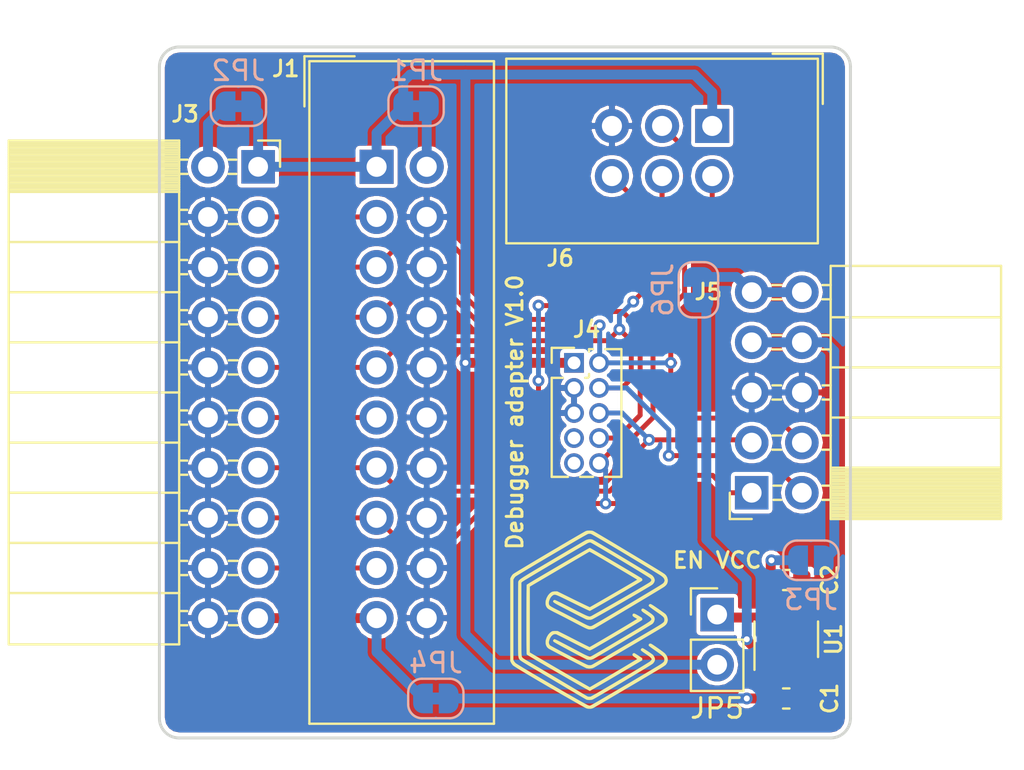
<source format=kicad_pcb>
(kicad_pcb (version 20171130) (host pcbnew "(5.0.1-3-g963ef8bb5)")
  (layers (0 F.Cu signal) (31 B.Cu signal) (34 B.Paste user) (35 F.Paste user) (36 B.SilkS user) (37 F.SilkS user) (38 B.Mask user) (39 F.Mask user) (44 Edge.Cuts user))
  (net 0 "")
  (net 1 +5V)
  (net 2 GND)
  (net 3 "Net-(U1-Pad4)")
  (net 4 +3V3)
  (net 5 /VCC)
  (net 6 /TRST)
  (net 7 /TDI)
  (net 8 /SWDIO)
  (net 9 /SWDCLK)
  (net 10 /RTCK)
  (net 11 /SWIM)
  (net 12 /nRESET)
  (net 13 /DBGRQ)
  (net 14 /DBACK)
  (net 15 /ST-Link_3V3)
  (net 16 /ST-Link_5V)
  (net 17 "Net-(J1-Pad2)")
  (net 18 "Net-(J4-Pad7)")
  (net 19 /GNDDetect)
  (net 20 "Net-(J3-Pad2)")
  (module Connector_PinHeader_2.54mm:PinHeader_1x02_P2.54mm_Vertical (layer F.Cu) (at 28.25 28.75)
    (fp_text reference JP5 (at 0 4.75) (layer F.SilkS))
    (fp_text value ~)
    (pad 1 thru_hole rect (at 0 0) (size 1.7 1.7) (drill 1) (layers *.Cu *.Mask) (net 4 +3V3))
    (pad 2 thru_hole oval (at 0 2.54) (size 1.7 1.7) (drill 1) (layers *.Cu *.Mask) (net 5 /VCC))
  )
  (module Jumper:SolderJumper-2_P1.3mm_Open_RoundedPad1.0x1.5mm (layer B.Cu) (at 33 26 180)
    (fp_text reference JP3 (at 0 -2 180) (layer B.SilkS) (effects (justify mirror)))
    (fp_text value ~)
    (pad 1 smd custom (at -0.65 0 180) (size 1 0.5) (layers B.Cu B.Mask) (net 15 /ST-Link_3V3) (options (clearance outline) (anchor rect)) (primitives (gr_circle (center 0 -0.25) (end 0.5 -0.25) (width 0)) (gr_circle (center 0 0.25) (end 0.5 0.25) (width 0)) (gr_poly (pts (xy 0 0.75) (xy 0.5 0.75) (xy 0.5 -0.75) (xy 0 -0.75)) (width 0))))
    (pad 2 smd custom (at 0.65 0 180) (size 1 0.5) (layers B.Cu B.Mask) (net 4 +3V3) (options (clearance outline) (anchor rect)) (primitives (gr_circle (center 0 -0.25) (end 0.5 -0.25) (width 0)) (gr_circle (center 0 0.25) (end 0.5 0.25) (width 0)) (gr_poly (pts (xy 0 0.75) (xy -0.5 0.75) (xy -0.5 -0.75) (xy 0 -0.75)) (width 0))))
  )
  (module Jumper:SolderJumper-2_P1.3mm_Bridged_RoundedPad1.0x1.5mm (layer B.Cu) (at 27.3 12.3 270)
    (fp_text reference JP6 (at 0 1.8 270) (layer B.SilkS) (effects (justify mirror)))
    (fp_text value ~)
    (pad 2 smd custom (at 0.65 0 270) (size 1 0.5) (layers B.Cu B.Mask) (net 1 +5V) (options (clearance outline) (anchor rect)) (primitives (gr_circle (center 0 -0.25) (end 0.5 -0.25) (width 0)) (gr_circle (center 0 0.25) (end 0.5 0.25) (width 0)) (gr_poly (pts (xy 0 0.75) (xy -0.5 0.75) (xy -0.5 -0.75) (xy 0 -0.75)) (width 0))))
    (pad 1 smd custom (at -0.65 0 270) (size 1 0.5) (layers B.Cu B.Mask) (net 16 /ST-Link_5V) (options (clearance outline) (anchor rect)) (primitives (gr_circle (center 0 -0.25) (end 0.5 -0.25) (width 0)) (gr_circle (center 0 0.25) (end 0.5 0.25) (width 0)) (gr_poly (pts (xy 0 0.75) (xy 0.5 0.75) (xy 0.5 -0.75) (xy 0 -0.75)) (width 0)) (gr_poly (pts (xy 0.9 0.3) (xy 0.4 0.3) (xy 0.4 -0.3) (xy 0.9 -0.3)) (width 0))))
  )
  (module Jumper:SolderJumper-2_P1.3mm_Bridged_RoundedPad1.0x1.5mm (layer B.Cu) (at 14 33)
    (fp_text reference JP4 (at 0 -1.8) (layer B.SilkS) (effects (justify mirror)))
    (fp_text value ~)
    (pad 1 smd custom (at -0.65 0) (size 1 0.5) (layers B.Cu B.Mask) (net 14 /DBACK) (options (clearance outline) (anchor rect)) (primitives (gr_circle (center 0 -0.25) (end 0.5 -0.25) (width 0)) (gr_circle (center 0 0.25) (end 0.5 0.25) (width 0)) (gr_poly (pts (xy 0 0.75) (xy 0.5 0.75) (xy 0.5 -0.75) (xy 0 -0.75)) (width 0)) (gr_poly (pts (xy 0.9 0.3) (xy 0.4 0.3) (xy 0.4 -0.3) (xy 0.9 -0.3)) (width 0))))
    (pad 2 smd custom (at 0.65 0) (size 1 0.5) (layers B.Cu B.Mask) (net 1 +5V) (options (clearance outline) (anchor rect)) (primitives (gr_circle (center 0 -0.25) (end 0.5 -0.25) (width 0)) (gr_circle (center 0 0.25) (end 0.5 0.25) (width 0)) (gr_poly (pts (xy 0 0.75) (xy -0.5 0.75) (xy -0.5 -0.75) (xy 0 -0.75)) (width 0))))
  )
  (module Jumper:SolderJumper-2_P1.3mm_Bridged_RoundedPad1.0x1.5mm (layer B.Cu) (at 4 3)
    (fp_text reference JP2 (at 0 -1.8) (layer B.SilkS) (effects (justify mirror)))
    (fp_text value ~)
    (pad 2 smd custom (at 0.65 0) (size 1 0.5) (layers B.Cu B.Mask) (net 5 /VCC) (options (clearance outline) (anchor rect)) (primitives (gr_circle (center 0 -0.25) (end 0.5 -0.25) (width 0)) (gr_circle (center 0 0.25) (end 0.5 0.25) (width 0)) (gr_poly (pts (xy 0 0.75) (xy -0.5 0.75) (xy -0.5 -0.75) (xy 0 -0.75)) (width 0))))
    (pad 1 smd custom (at -0.65 0) (size 1 0.5) (layers B.Cu B.Mask) (net 20 "Net-(J3-Pad2)") (options (clearance outline) (anchor rect)) (primitives (gr_circle (center 0 -0.25) (end 0.5 -0.25) (width 0)) (gr_circle (center 0 0.25) (end 0.5 0.25) (width 0)) (gr_poly (pts (xy 0 0.75) (xy 0.5 0.75) (xy 0.5 -0.75) (xy 0 -0.75)) (width 0)) (gr_poly (pts (xy 0.9 0.3) (xy 0.4 0.3) (xy 0.4 -0.3) (xy 0.9 -0.3)) (width 0))))
  )
  (module Jumper:SolderJumper-2_P1.3mm_Bridged_RoundedPad1.0x1.5mm (layer B.Cu) (at 13 3 180)
    (fp_text reference JP1 (at 0 1.8 180) (layer B.SilkS) (effects (justify mirror)))
    (fp_text value ~)
    (pad 1 smd custom (at -0.65 0 180) (size 1 0.5) (layers B.Cu B.Mask) (net 17 "Net-(J1-Pad2)") (options (clearance outline) (anchor rect)) (primitives (gr_circle (center 0 -0.25) (end 0.5 -0.25) (width 0)) (gr_circle (center 0 0.25) (end 0.5 0.25) (width 0)) (gr_poly (pts (xy 0 0.75) (xy 0.5 0.75) (xy 0.5 -0.75) (xy 0 -0.75)) (width 0)) (gr_poly (pts (xy 0.9 0.3) (xy 0.4 0.3) (xy 0.4 -0.3) (xy 0.9 -0.3)) (width 0))))
    (pad 2 smd custom (at 0.65 0 180) (size 1 0.5) (layers B.Cu B.Mask) (net 5 /VCC) (options (clearance outline) (anchor rect)) (primitives (gr_circle (center 0 -0.25) (end 0.5 -0.25) (width 0)) (gr_circle (center 0 0.25) (end 0.5 0.25) (width 0)) (gr_poly (pts (xy 0 0.75) (xy -0.5 0.75) (xy -0.5 -0.75) (xy 0 -0.75)) (width 0))))
  )
  (module Capacitor_SMD:C_0603_1608Metric (layer F.Cu) (at 31.75 27)
    (fp_text reference C2 (at 2.2 0 -270) (layer F.SilkS) (effects (font (size 0.8 0.8))))
    (fp_text value 1u)
    (pad 2 smd roundrect (at 0.7875 0) (size 0.875 0.95) (layers F.Cu F.Paste F.Mask) (net 2 GND))
    (pad 1 smd roundrect (at -0.7875 0) (size 0.875 0.95) (layers F.Cu F.Paste F.Mask) (net 4 +3V3))
  )
  (module Capacitor_SMD:C_0603_1608Metric (layer F.Cu) (at 31.75 33 180)
    (fp_text reference C1 (at -2.2 0 270) (layer F.SilkS) (effects (font (size 0.8 0.8))))
    (fp_text value 1u)
    (pad 1 smd roundrect (at -0.7875 0 180) (size 0.875 0.95) (layers F.Cu F.Paste F.Mask) (net 2 GND))
    (pad 2 smd roundrect (at 0.7875 0 180) (size 0.875 0.95) (layers F.Cu F.Paste F.Mask) (net 1 +5V))
  )
  (module Connector_IDC:IDC-Header_2x03_P2.54mm_Vertical (layer F.Cu) (at 28 4 270)
    (fp_text reference J6 (at 6.7 7.7) (layer F.SilkS) (effects (font (size 0.8 0.8))))
    (fp_text value "6-pin Tag-Connect")
    (pad 1 thru_hole rect (at 0 0 270) (size 1.7272 1.7272) (drill 1.016) (layers *.Cu *.Mask) (net 5 /VCC))
    (pad 2 thru_hole oval (at 2.54 0 270) (size 1.7272 1.7272) (drill 1.016) (layers *.Cu *.Mask) (net 8 /SWDIO))
    (pad 3 thru_hole oval (at 0 2.54 270) (size 1.7272 1.7272) (drill 1.016) (layers *.Cu *.Mask) (net 12 /nRESET))
    (pad 4 thru_hole oval (at 2.54 2.54 270) (size 1.7272 1.7272) (drill 1.016) (layers *.Cu *.Mask) (net 9 /SWDCLK))
    (pad 5 thru_hole oval (at 0 5.08 270) (size 1.7272 1.7272) (drill 1.016) (layers *.Cu *.Mask) (net 2 GND))
    (pad 6 thru_hole oval (at 2.54 5.08 270) (size 1.7272 1.7272) (drill 1.016) (layers *.Cu *.Mask) (net 11 /SWIM))
  )
  (module Connector_IDC:IDC-Header_2x10_P2.54mm_Vertical (layer F.Cu) (at 11 6.07)
    (fp_text reference J1 (at -4.6 -4.97) (layer F.SilkS) (effects (font (size 0.8 0.8))))
    (fp_text value "20-pin JTAG 0.1\"")
    (pad 1 thru_hole rect (at 0 0) (size 1.7272 1.7272) (drill 1.016) (layers *.Cu *.Mask) (net 5 /VCC))
    (pad 2 thru_hole oval (at 2.54 0) (size 1.7272 1.7272) (drill 1.016) (layers *.Cu *.Mask) (net 17 "Net-(J1-Pad2)"))
    (pad 3 thru_hole oval (at 0 2.54) (size 1.7272 1.7272) (drill 1.016) (layers *.Cu *.Mask) (net 6 /TRST))
    (pad 4 thru_hole oval (at 2.54 2.54) (size 1.7272 1.7272) (drill 1.016) (layers *.Cu *.Mask) (net 2 GND))
    (pad 5 thru_hole oval (at 0 5.08) (size 1.7272 1.7272) (drill 1.016) (layers *.Cu *.Mask) (net 7 /TDI))
    (pad 6 thru_hole oval (at 2.54 5.08) (size 1.7272 1.7272) (drill 1.016) (layers *.Cu *.Mask) (net 2 GND))
    (pad 7 thru_hole oval (at 0 7.62) (size 1.7272 1.7272) (drill 1.016) (layers *.Cu *.Mask) (net 8 /SWDIO))
    (pad 8 thru_hole oval (at 2.54 7.62) (size 1.7272 1.7272) (drill 1.016) (layers *.Cu *.Mask) (net 2 GND))
    (pad 9 thru_hole oval (at 0 10.16) (size 1.7272 1.7272) (drill 1.016) (layers *.Cu *.Mask) (net 9 /SWDCLK))
    (pad 10 thru_hole oval (at 2.54 10.16) (size 1.7272 1.7272) (drill 1.016) (layers *.Cu *.Mask) (net 2 GND))
    (pad 11 thru_hole oval (at 0 12.7) (size 1.7272 1.7272) (drill 1.016) (layers *.Cu *.Mask) (net 10 /RTCK))
    (pad 12 thru_hole oval (at 2.54 12.7) (size 1.7272 1.7272) (drill 1.016) (layers *.Cu *.Mask) (net 2 GND))
    (pad 13 thru_hole oval (at 0 15.24) (size 1.7272 1.7272) (drill 1.016) (layers *.Cu *.Mask) (net 11 /SWIM))
    (pad 14 thru_hole oval (at 2.54 15.24) (size 1.7272 1.7272) (drill 1.016) (layers *.Cu *.Mask) (net 2 GND))
    (pad 15 thru_hole oval (at 0 17.78) (size 1.7272 1.7272) (drill 1.016) (layers *.Cu *.Mask) (net 12 /nRESET))
    (pad 16 thru_hole oval (at 2.54 17.78) (size 1.7272 1.7272) (drill 1.016) (layers *.Cu *.Mask) (net 2 GND))
    (pad 17 thru_hole oval (at 0 20.32) (size 1.7272 1.7272) (drill 1.016) (layers *.Cu *.Mask) (net 13 /DBGRQ))
    (pad 18 thru_hole oval (at 2.54 20.32) (size 1.7272 1.7272) (drill 1.016) (layers *.Cu *.Mask) (net 2 GND))
    (pad 19 thru_hole oval (at 0 22.86) (size 1.7272 1.7272) (drill 1.016) (layers *.Cu *.Mask) (net 14 /DBACK))
    (pad 20 thru_hole oval (at 2.54 22.86) (size 1.7272 1.7272) (drill 1.016) (layers *.Cu *.Mask) (net 2 GND))
  )
  (module Connector_PinHeader_1.27mm:PinHeader_2x05_P1.27mm_Vertical (layer F.Cu) (at 21 16)
    (fp_text reference J4 (at 0.635 -1.695) (layer F.SilkS) (effects (font (size 0.8 0.8))))
    (fp_text value "10-pin JTAG 0.05\"")
    (pad 1 thru_hole rect (at 0 0) (size 1 1) (drill 0.65) (layers *.Cu *.Mask) (net 5 /VCC))
    (pad 2 thru_hole oval (at 1.27 0) (size 1 1) (drill 0.65) (layers *.Cu *.Mask) (net 8 /SWDIO))
    (pad 3 thru_hole oval (at 0 1.27) (size 1 1) (drill 0.65) (layers *.Cu *.Mask) (net 2 GND))
    (pad 4 thru_hole oval (at 1.27 1.27) (size 1 1) (drill 0.65) (layers *.Cu *.Mask) (net 9 /SWDCLK))
    (pad 5 thru_hole oval (at 0 2.54) (size 1 1) (drill 0.65) (layers *.Cu *.Mask) (net 2 GND))
    (pad 6 thru_hole oval (at 1.27 2.54) (size 1 1) (drill 0.65) (layers *.Cu *.Mask) (net 11 /SWIM))
    (pad 7 thru_hole oval (at 0 3.81) (size 1 1) (drill 0.65) (layers *.Cu *.Mask) (net 18 "Net-(J4-Pad7)"))
    (pad 8 thru_hole oval (at 1.27 3.81) (size 1 1) (drill 0.65) (layers *.Cu *.Mask) (net 7 /TDI))
    (pad 9 thru_hole oval (at 0 5.08) (size 1 1) (drill 0.65) (layers *.Cu *.Mask) (net 19 /GNDDetect))
    (pad 10 thru_hole oval (at 1.27 5.08) (size 1 1) (drill 0.65) (layers *.Cu *.Mask) (net 12 /nRESET))
  )
  (module Connector_PinSocket_2.54mm:PinSocket_2x05_P2.54mm_Horizontal (layer F.Cu) (at 30 22.58 180)
    (fp_text reference J5 (at 2.2 10.18 180) (layer F.SilkS) (effects (font (size 0.8 0.8))))
    (fp_text value "10-pin ST-Link 0.1\"")
    (pad 1 thru_hole rect (at 0 0 180) (size 1.7 1.7) (drill 1) (layers *.Cu *.Mask) (net 12 /nRESET))
    (pad 2 thru_hole oval (at -2.54 0 180) (size 1.7 1.7) (drill 1) (layers *.Cu *.Mask) (net 9 /SWDCLK))
    (pad 3 thru_hole oval (at 0 2.54 180) (size 1.7 1.7) (drill 1) (layers *.Cu *.Mask) (net 11 /SWIM))
    (pad 4 thru_hole oval (at -2.54 2.54 180) (size 1.7 1.7) (drill 1) (layers *.Cu *.Mask) (net 8 /SWDIO))
    (pad 5 thru_hole oval (at 0 5.08 180) (size 1.7 1.7) (drill 1) (layers *.Cu *.Mask) (net 2 GND))
    (pad 6 thru_hole oval (at -2.54 5.08 180) (size 1.7 1.7) (drill 1) (layers *.Cu *.Mask) (net 2 GND))
    (pad 7 thru_hole oval (at 0 7.62 180) (size 1.7 1.7) (drill 1) (layers *.Cu *.Mask) (net 15 /ST-Link_3V3))
    (pad 8 thru_hole oval (at -2.54 7.62 180) (size 1.7 1.7) (drill 1) (layers *.Cu *.Mask) (net 15 /ST-Link_3V3))
    (pad 9 thru_hole oval (at 0 10.16 180) (size 1.7 1.7) (drill 1) (layers *.Cu *.Mask) (net 16 /ST-Link_5V))
    (pad 10 thru_hole oval (at -2.54 10.16 180) (size 1.7 1.7) (drill 1) (layers *.Cu *.Mask) (net 16 /ST-Link_5V))
  )
  (module Connector_PinSocket_2.54mm:PinSocket_2x10_P2.54mm_Horizontal (layer F.Cu) (at 5 6.07)
    (fp_text reference J3 (at -3.7 -2.67) (layer F.SilkS) (effects (font (size 0.8 0.8))))
    (fp_text value "20-pin JTAG 0.1\"")
    (pad 1 thru_hole rect (at 0 0) (size 1.7 1.7) (drill 1) (layers *.Cu *.Mask) (net 5 /VCC))
    (pad 2 thru_hole oval (at -2.54 0) (size 1.7 1.7) (drill 1) (layers *.Cu *.Mask) (net 20 "Net-(J3-Pad2)"))
    (pad 3 thru_hole oval (at 0 2.54) (size 1.7 1.7) (drill 1) (layers *.Cu *.Mask) (net 6 /TRST))
    (pad 4 thru_hole oval (at -2.54 2.54) (size 1.7 1.7) (drill 1) (layers *.Cu *.Mask) (net 2 GND))
    (pad 5 thru_hole oval (at 0 5.08) (size 1.7 1.7) (drill 1) (layers *.Cu *.Mask) (net 7 /TDI))
    (pad 6 thru_hole oval (at -2.54 5.08) (size 1.7 1.7) (drill 1) (layers *.Cu *.Mask) (net 2 GND))
    (pad 7 thru_hole oval (at 0 7.62) (size 1.7 1.7) (drill 1) (layers *.Cu *.Mask) (net 8 /SWDIO))
    (pad 8 thru_hole oval (at -2.54 7.62) (size 1.7 1.7) (drill 1) (layers *.Cu *.Mask) (net 2 GND))
    (pad 9 thru_hole oval (at 0 10.16) (size 1.7 1.7) (drill 1) (layers *.Cu *.Mask) (net 9 /SWDCLK))
    (pad 10 thru_hole oval (at -2.54 10.16) (size 1.7 1.7) (drill 1) (layers *.Cu *.Mask) (net 2 GND))
    (pad 11 thru_hole oval (at 0 12.7) (size 1.7 1.7) (drill 1) (layers *.Cu *.Mask) (net 10 /RTCK))
    (pad 12 thru_hole oval (at -2.54 12.7) (size 1.7 1.7) (drill 1) (layers *.Cu *.Mask) (net 2 GND))
    (pad 13 thru_hole oval (at 0 15.24) (size 1.7 1.7) (drill 1) (layers *.Cu *.Mask) (net 11 /SWIM))
    (pad 14 thru_hole oval (at -2.54 15.24) (size 1.7 1.7) (drill 1) (layers *.Cu *.Mask) (net 2 GND))
    (pad 15 thru_hole oval (at 0 17.78) (size 1.7 1.7) (drill 1) (layers *.Cu *.Mask) (net 12 /nRESET))
    (pad 16 thru_hole oval (at -2.54 17.78) (size 1.7 1.7) (drill 1) (layers *.Cu *.Mask) (net 2 GND))
    (pad 17 thru_hole oval (at 0 20.32) (size 1.7 1.7) (drill 1) (layers *.Cu *.Mask) (net 13 /DBGRQ))
    (pad 18 thru_hole oval (at -2.54 20.32) (size 1.7 1.7) (drill 1) (layers *.Cu *.Mask) (net 2 GND))
    (pad 19 thru_hole oval (at 0 22.86) (size 1.7 1.7) (drill 1) (layers *.Cu *.Mask) (net 14 /DBACK))
    (pad 20 thru_hole oval (at -2.54 22.86) (size 1.7 1.7) (drill 1) (layers *.Cu *.Mask) (net 2 GND))
  )
  (module Package_TO_SOT_SMD:SOT-23-5 (layer F.Cu) (at 31.75 30 90)
    (fp_text reference U1 (at 0 2.4 90) (layer F.SilkS) (effects (font (size 0.8 0.8))))
    (fp_text value MIC5504-3.3YM5)
    (pad 1 smd rect (at -1.1 -0.95 90) (size 1.06 0.65) (layers F.Cu F.Paste F.Mask) (net 1 +5V))
    (pad 2 smd rect (at -1.1 0 90) (size 1.06 0.65) (layers F.Cu F.Paste F.Mask) (net 2 GND))
    (pad 3 smd rect (at -1.1 0.95 90) (size 1.06 0.65) (layers F.Cu F.Paste F.Mask) (net 1 +5V))
    (pad 4 smd rect (at 1.1 0.95 90) (size 1.06 0.65) (layers F.Cu F.Paste F.Mask) (net 3 "Net-(U1-Pad4)"))
    (pad 5 smd rect (at 1.1 -0.95 90) (size 1.06 0.65) (layers F.Cu F.Paste F.Mask) (net 4 +3V3))
  )
  (module project_footprints:Logo_Endian_Symbol_8x9mm (layer F.Cu) (at 21.75 29)
    (fp_text reference G*** hide)
    (fp_text value LOGO hide)
  )
  (gr_text "Debugger adapter V1.0" (at 18 18.5 90) (layer F.SilkS) (effects (font (size 0.8 0.8))))
  (gr_text "EN VCC" (at 28.25 26) (layer F.SilkS) (effects (font (size 0.8 0.8))))
  (gr_arc (start 34 34) (end 34 35) (angle -90) (layer Edge.Cuts) (width 0.15))
  (gr_arc (start 1 34) (end 0 34) (angle -90) (layer Edge.Cuts) (width 0.15))
  (gr_arc (start 34 1) (end 35 1) (angle -90) (layer Edge.Cuts) (width 0.15))
  (gr_arc (start 1 1) (end 1 0) (angle -90) (layer Edge.Cuts) (width 0.15))
  (gr_line (start 0 34) (end 0 1) (layer Edge.Cuts) (width 0.15))
  (gr_line (start 34 35) (end 1 35) (layer Edge.Cuts) (width 0.15))
  (gr_line (start 35 1) (end 35 34) (layer Edge.Cuts) (width 0.15))
  (gr_line (start 1 0) (end 34 0) (layer Edge.Cuts) (width 0.15))
  (segment (start 30.8 32.8375) (end 30.9625 33) (width 0.5) (layer F.Cu) (net 1))
  (segment (start 30.8 31.1) (end 30.8 32.8375) (width 0.5) (layer F.Cu) (net 1))
  (segment (start 30.8 30.37) (end 31.17 30) (width 0.2) (layer F.Cu) (net 1))
  (segment (start 30.8 31.1) (end 30.8 30.37) (width 0.2) (layer F.Cu) (net 1))
  (segment (start 32.7 30.37) (end 32.7 31.1) (width 0.2) (layer F.Cu) (net 1))
  (segment (start 32.33 30) (end 32.7 30.37) (width 0.2) (layer F.Cu) (net 1))
  (segment (start 31.17 30) (end 32.33 30) (width 0.2) (layer F.Cu) (net 1))
  (via (at 29.75 30) (size 0.6) (drill 0.3) (layers F.Cu B.Cu) (net 1))
  (segment (start 29.75 30.05) (end 30.8 31.1) (width 0.5) (layer F.Cu) (net 1))
  (segment (start 29.75 30) (end 29.75 30.05) (width 0.5) (layer F.Cu) (net 1))
  (via (at 29.75 33) (size 0.6) (drill 0.3) (layers F.Cu B.Cu) (net 1))
  (segment (start 30.9625 33) (end 29.75 33) (width 0.5) (layer F.Cu) (net 1))
  (segment (start 27.35001 13.00001) (end 27.3 13.00001) (width 0.5) (layer B.Cu) (net 1))
  (segment (start 27.7 13.35) (end 27.35001 13.00001) (width 0.5) (layer B.Cu) (net 1))
  (segment (start 27.7 24.939998) (end 27.7 13.35) (width 0.5) (layer B.Cu) (net 1))
  (segment (start 29.75 26.989998) (end 27.7 24.939998) (width 0.5) (layer B.Cu) (net 1))
  (segment (start 29.75 30) (end 29.75 26.989998) (width 0.5) (layer B.Cu) (net 1))
  (segment (start 29.75 33) (end 14.70001 33) (width 0.5) (layer B.Cu) (net 1))
  (segment (start 30.8 28.9) (end 30.8 27.1625) (width 0.5) (layer F.Cu) (net 4))
  (segment (start 31 26) (end 32.35 26) (width 0.5) (layer B.Cu) (net 4))
  (segment (start 28.4 28.9) (end 28.25 28.75) (width 0.5) (layer F.Cu) (net 4))
  (segment (start 30.8 28.9) (end 28.4 28.9) (width 0.5) (layer F.Cu) (net 4))
  (via (at 31 26) (size 0.6) (drill 0.3) (layers F.Cu B.Cu) (net 4))
  (segment (start 30.9625 26.0375) (end 31 26) (width 0.5) (layer F.Cu) (net 4))
  (segment (start 30.9625 27) (end 30.9625 26.0375) (width 0.5) (layer F.Cu) (net 4))
  (segment (start 5 3.35) (end 4.65 3) (width 0.25) (layer B.Cu) (net 5))
  (segment (start 5 6.07) (end 5 3.35) (width 0.25) (layer B.Cu) (net 5))
  (segment (start 11 4.35) (end 12.35 3) (width 0.25) (layer B.Cu) (net 5))
  (segment (start 5 3.29999) (end 4.70001 3) (width 0.5) (layer B.Cu) (net 5))
  (segment (start 5 6.07) (end 5 3.29999) (width 0.5) (layer B.Cu) (net 5))
  (segment (start 11 4.35) (end 12.29999 3.05001) (width 0.5) (layer B.Cu) (net 5))
  (segment (start 11 6.07) (end 11 4.35) (width 0.5) (layer B.Cu) (net 5))
  (segment (start 5 6.07) (end 11 6.07) (width 0.5) (layer B.Cu) (net 5))
  (segment (start 28 4) (end 28 2.3) (width 0.5) (layer B.Cu) (net 5))
  (segment (start 28 2.3) (end 27.1 1.4) (width 0.5) (layer B.Cu) (net 5))
  (segment (start 12.35 1.75) (end 12.35 2.413588) (width 0.5) (layer B.Cu) (net 5))
  (segment (start 12.7 1.4) (end 12.35 1.75) (width 0.5) (layer B.Cu) (net 5))
  (segment (start 27.1 1.4) (end 15.5 1.4) (width 0.5) (layer B.Cu) (net 5))
  (segment (start 15.5 1.4) (end 12.7 1.4) (width 0.5) (layer B.Cu) (net 5))
  (segment (start 15.5 16) (end 15.5 1.4) (width 0.5) (layer B.Cu) (net 5))
  (via (at 15.5 16) (size 0.6) (drill 0.3) (layers F.Cu B.Cu) (net 5))
  (segment (start 21 16) (end 15.5 16) (width 0.5) (layer F.Cu) (net 5))
  (segment (start 22 31.29) (end 28.25 31.29) (width 0.5) (layer B.Cu) (net 5))
  (segment (start 17.04 31.29) (end 22 31.29) (width 0.5) (layer B.Cu) (net 5))
  (segment (start 15.5 29.75) (end 17.04 31.29) (width 0.5) (layer B.Cu) (net 5))
  (segment (start 15.5 16) (end 15.5 29.75) (width 0.5) (layer B.Cu) (net 5))
  (segment (start 5 8.61) (end 11 8.61) (width 0.25) (layer F.Cu) (net 6))
  (segment (start 11 11.15) (end 5 11.15) (width 0.25) (layer F.Cu) (net 7))
  (segment (start 23.19 19.81) (end 22.27 19.81) (width 0.25) (layer F.Cu) (net 7))
  (segment (start 21.6 13.8) (end 22 13.4) (width 0.25) (layer F.Cu) (net 7))
  (segment (start 14.761399 9.961399) (end 15.3 10.5) (width 0.25) (layer F.Cu) (net 7))
  (segment (start 15.3 12.46359) (end 16.63641 13.8) (width 0.25) (layer F.Cu) (net 7))
  (segment (start 24.35001 14.3) (end 24.35001 18.64999) (width 0.25) (layer F.Cu) (net 7))
  (segment (start 15.3 10.5) (end 15.3 12.46359) (width 0.25) (layer F.Cu) (net 7))
  (segment (start 24.35001 18.64999) (end 23.19 19.81) (width 0.25) (layer F.Cu) (net 7))
  (segment (start 23.45001 13.4) (end 24.35001 14.3) (width 0.25) (layer F.Cu) (net 7))
  (segment (start 22 13.4) (end 23.45001 13.4) (width 0.25) (layer F.Cu) (net 7))
  (segment (start 16.63641 13.8) (end 21.6 13.8) (width 0.25) (layer F.Cu) (net 7))
  (segment (start 12.188601 9.961399) (end 14.761399 9.961399) (width 0.25) (layer F.Cu) (net 7))
  (segment (start 11 11.15) (end 12.188601 9.961399) (width 0.25) (layer F.Cu) (net 7))
  (segment (start 5 13.69) (end 11 13.69) (width 0.25) (layer F.Cu) (net 8))
  (segment (start 25.9 16) (end 22.27 16) (width 0.25) (layer B.Cu) (net 8))
  (segment (start 26.1 16) (end 25.9 16) (width 0.25) (layer F.Cu) (net 8))
  (via (at 25.9 16) (size 0.6) (drill 0.3) (layers F.Cu B.Cu) (net 8))
  (segment (start 22.3 15.97) (end 22.27 16) (width 0.25) (layer B.Cu) (net 8))
  (segment (start 22.3 14.1) (end 22.3 15.97) (width 0.25) (layer B.Cu) (net 8))
  (via (at 22.3 14.1) (size 0.6) (drill 0.3) (layers F.Cu B.Cu) (net 8))
  (segment (start 14.538601 12.338601) (end 12.351399 12.338601) (width 0.25) (layer F.Cu) (net 8))
  (segment (start 16.5 14.3) (end 14.538601 12.338601) (width 0.25) (layer F.Cu) (net 8))
  (segment (start 12.351399 12.338601) (end 11 13.69) (width 0.25) (layer F.Cu) (net 8))
  (segment (start 22.1 14.3) (end 16.5 14.3) (width 0.25) (layer F.Cu) (net 8))
  (segment (start 22.3 14.1) (end 22.1 14.3) (width 0.25) (layer F.Cu) (net 8))
  (segment (start 25.9 13.2) (end 25.9 16) (width 0.25) (layer F.Cu) (net 8))
  (segment (start 26.6 12.5) (end 25.9 13.2) (width 0.25) (layer F.Cu) (net 8))
  (segment (start 26.6 9.161314) (end 26.6 12.5) (width 0.25) (layer F.Cu) (net 8))
  (segment (start 28 7.761314) (end 26.6 9.161314) (width 0.25) (layer F.Cu) (net 8))
  (segment (start 28 6.54) (end 28 7.761314) (width 0.25) (layer F.Cu) (net 8))
  (segment (start 31.3 18.8) (end 32.54 20.04) (width 0.25) (layer F.Cu) (net 8))
  (segment (start 26.6 18.8) (end 31.3 18.8) (width 0.25) (layer F.Cu) (net 8))
  (segment (start 25.9 18.1) (end 26.6 18.8) (width 0.25) (layer F.Cu) (net 8))
  (segment (start 25.9 16) (end 25.9 18.1) (width 0.25) (layer F.Cu) (net 8))
  (segment (start 11 16.23) (end 5 16.23) (width 0.25) (layer F.Cu) (net 9))
  (segment (start 22.27 17.27) (end 23.67 17.27) (width 0.25) (layer B.Cu) (net 9))
  (via (at 25.8 20.7) (size 0.6) (drill 0.3) (layers F.Cu B.Cu) (net 9))
  (segment (start 25.8 19.4) (end 25.8 20.7) (width 0.25) (layer B.Cu) (net 9))
  (segment (start 23.67 17.27) (end 25.8 19.4) (width 0.25) (layer B.Cu) (net 9))
  (segment (start 32.54 22.58) (end 31.175001 21.215001) (width 0.25) (layer F.Cu) (net 9))
  (segment (start 25.46 6.54) (end 25.46 7.84) (width 0.25) (layer F.Cu) (net 9))
  (segment (start 23.9 14.9) (end 23.3 14.3) (width 0.25) (layer F.Cu) (net 9))
  (segment (start 23.9 16.8) (end 23.9 14.9) (width 0.25) (layer F.Cu) (net 9))
  (segment (start 23.43 17.27) (end 23.9 16.8) (width 0.25) (layer F.Cu) (net 9))
  (segment (start 22.27 17.27) (end 23.43 17.27) (width 0.25) (layer F.Cu) (net 9))
  (segment (start 25.46 6.54) (end 25.46 11.44) (width 0.25) (layer F.Cu) (net 9))
  (via (at 23.3 14.3) (size 0.6) (drill 0.3) (layers F.Cu B.Cu) (net 9))
  (segment (start 23.3 13.6) (end 23.3 14.3) (width 0.25) (layer B.Cu) (net 9))
  (segment (start 23.000001 14.599999) (end 23.3 14.3) (width 0.25) (layer F.Cu) (net 9))
  (segment (start 22.721399 14.878601) (end 23.000001 14.599999) (width 0.25) (layer F.Cu) (net 9))
  (segment (start 12.351399 14.878601) (end 22.721399 14.878601) (width 0.25) (layer F.Cu) (net 9))
  (segment (start 11 16.23) (end 12.351399 14.878601) (width 0.25) (layer F.Cu) (net 9))
  (segment (start 28.284999 20.7) (end 28.8 21.215001) (width 0.25) (layer F.Cu) (net 9))
  (segment (start 25.8 20.7) (end 28.284999 20.7) (width 0.25) (layer F.Cu) (net 9))
  (segment (start 31.175001 21.215001) (end 28.8 21.215001) (width 0.25) (layer F.Cu) (net 9))
  (via (at 24 12.9) (size 0.6) (drill 0.3) (layers F.Cu B.Cu) (net 9))
  (segment (start 23.9 13) (end 24 12.9) (width 0.25) (layer B.Cu) (net 9))
  (segment (start 23.9 13) (end 23.3 13.6) (width 0.25) (layer B.Cu) (net 9))
  (segment (start 25 11.9) (end 24 12.9) (width 0.25) (layer F.Cu) (net 9))
  (segment (start 25.46 11.44) (end 25 11.9) (width 0.25) (layer F.Cu) (net 9))
  (segment (start 11 18.77) (end 5 18.77) (width 0.25) (layer F.Cu) (net 10))
  (segment (start 5 21.31) (end 11 21.31) (width 0.25) (layer F.Cu) (net 11))
  (segment (start 11 21.31) (end 12.188601 22.498601) (width 0.25) (layer F.Cu) (net 11))
  (segment (start 29.86 19.9) (end 30 20.04) (width 0.25) (layer F.Cu) (net 11))
  (segment (start 24.8 19.9) (end 29.86 19.9) (width 0.25) (layer F.Cu) (net 11))
  (via (at 24.8 19.9) (size 0.6) (drill 0.3) (layers F.Cu B.Cu) (net 11))
  (segment (start 23.44 18.54) (end 24.8 19.9) (width 0.25) (layer B.Cu) (net 11))
  (segment (start 22.27 18.54) (end 23.44 18.54) (width 0.25) (layer B.Cu) (net 11))
  (via (at 19.2 13.1) (size 0.6) (drill 0.3) (layers F.Cu B.Cu) (net 11))
  (segment (start 19.2 13.1) (end 19.2 16.9) (width 0.25) (layer B.Cu) (net 11))
  (via (at 19.2 16.9) (size 0.6) (drill 0.3) (layers F.Cu B.Cu) (net 11))
  (segment (start 24.7 11) (end 24.7 8.32) (width 0.25) (layer F.Cu) (net 11))
  (segment (start 24.7 8.32) (end 22.92 6.54) (width 0.25) (layer F.Cu) (net 11))
  (segment (start 23.1 12.6) (end 24.7 11) (width 0.25) (layer F.Cu) (net 11))
  (segment (start 21.9 12.6) (end 23.1 12.6) (width 0.25) (layer F.Cu) (net 11))
  (segment (start 21.4 13.1) (end 21.9 12.6) (width 0.25) (layer F.Cu) (net 11))
  (segment (start 19.2 13.1) (end 21.4 13.1) (width 0.25) (layer F.Cu) (net 11))
  (segment (start 14 22.498601) (end 19.198601 22.498601) (width 0.25) (layer F.Cu) (net 11))
  (segment (start 19.198601 22.498601) (end 19.2 22.5) (width 0.25) (layer F.Cu) (net 11))
  (segment (start 12.188601 22.498601) (end 14 22.498601) (width 0.25) (layer F.Cu) (net 11))
  (segment (start 19.2 22.5) (end 22.8 22.5) (width 0.25) (layer F.Cu) (net 11))
  (segment (start 22.8 22.5) (end 23.5 21.8) (width 0.25) (layer F.Cu) (net 11))
  (segment (start 23.5 21.2) (end 24.8 19.9) (width 0.25) (layer F.Cu) (net 11))
  (segment (start 23.5 21.8) (end 23.5 21.2) (width 0.25) (layer F.Cu) (net 11))
  (segment (start 19.2 16.9) (end 19.2 22.5) (width 0.25) (layer F.Cu) (net 11))
  (segment (start 11 23.85) (end 5 23.85) (width 0.25) (layer F.Cu) (net 12))
  (segment (start 11 23.85) (end 12.351399 25.201399) (width 0.25) (layer F.Cu) (net 12))
  (segment (start 12.351399 25.201399) (end 14.5 25.201399) (width 0.25) (layer F.Cu) (net 12))
  (segment (start 14.598601 25.201399) (end 16.674999 23.125001) (width 0.25) (layer F.Cu) (net 12))
  (segment (start 14.5 25.201399) (end 14.598601 25.201399) (width 0.25) (layer F.Cu) (net 12))
  (via (at 22.6 23.125001) (size 0.6) (drill 0.3) (layers F.Cu B.Cu) (net 12))
  (segment (start 16.674999 23.125001) (end 22.6 23.125001) (width 0.25) (layer F.Cu) (net 12))
  (segment (start 22.6 21.41) (end 22.27 21.08) (width 0.25) (layer B.Cu) (net 12))
  (segment (start 22.6 23.125001) (end 22.6 21.41) (width 0.25) (layer B.Cu) (net 12))
  (segment (start 25 18.774998) (end 23.194997 20.580001) (width 0.25) (layer F.Cu) (net 12))
  (segment (start 23.194997 20.580001) (end 22.769999 20.580001) (width 0.25) (layer F.Cu) (net 12))
  (segment (start 25 13.248601) (end 25 18.774998) (width 0.25) (layer F.Cu) (net 12))
  (segment (start 26 12.248601) (end 25 13.248601) (width 0.25) (layer F.Cu) (net 12))
  (segment (start 22.769999 20.580001) (end 22.27 21.08) (width 0.25) (layer F.Cu) (net 12))
  (segment (start 26.648601 7.851399) (end 26 8.5) (width 0.25) (layer F.Cu) (net 12))
  (segment (start 26.648601 5.188601) (end 26.648601 7.851399) (width 0.25) (layer F.Cu) (net 12))
  (segment (start 26 8.5) (end 26 12.248601) (width 0.25) (layer F.Cu) (net 12))
  (segment (start 25.46 4) (end 26.648601 5.188601) (width 0.25) (layer F.Cu) (net 12))
  (segment (start 28.9 22.58) (end 30 22.58) (width 0.25) (layer F.Cu) (net 12))
  (segment (start 24.7 21.7) (end 28.02 21.7) (width 0.25) (layer F.Cu) (net 12))
  (segment (start 28.02 21.7) (end 28.9 22.58) (width 0.25) (layer F.Cu) (net 12))
  (segment (start 23.274999 23.125001) (end 24.7 21.7) (width 0.25) (layer F.Cu) (net 12))
  (segment (start 22.6 23.125001) (end 23.274999 23.125001) (width 0.25) (layer F.Cu) (net 12))
  (segment (start 5 26.39) (end 11 26.39) (width 0.25) (layer F.Cu) (net 13))
  (segment (start 11 28.93) (end 5 28.93) (width 0.5) (layer F.Cu) (net 14))
  (segment (start 11 30.65) (end 13.35 33) (width 0.5) (layer B.Cu) (net 14))
  (segment (start 11 28.93) (end 11 30.65) (width 0.5) (layer B.Cu) (net 14))
  (segment (start 30 14.96) (end 32.54 14.96) (width 0.5) (layer B.Cu) (net 15))
  (segment (start 34.182081 25.467919) (end 33.65 26) (width 0.5) (layer B.Cu) (net 15))
  (segment (start 34.182081 15.4) (end 34.182081 25.467919) (width 0.5) (layer B.Cu) (net 15))
  (segment (start 33.742081 14.96) (end 34.182081 15.4) (width 0.5) (layer B.Cu) (net 15))
  (segment (start 32.54 14.96) (end 33.742081 14.96) (width 0.5) (layer B.Cu) (net 15))
  (segment (start 32.54 12.42) (end 30 12.42) (width 0.5) (layer B.Cu) (net 16))
  (segment (start 29.23 11.65) (end 27.3 11.65) (width 0.5) (layer B.Cu) (net 16))
  (segment (start 30 12.42) (end 29.23 11.65) (width 0.5) (layer B.Cu) (net 16))
  (segment (start 13.54 3.11) (end 13.65 3) (width 0.5) (layer B.Cu) (net 17))
  (segment (start 13.54 6.07) (end 13.54 3.11) (width 0.5) (layer B.Cu) (net 17))
  (segment (start 2.46 3.89) (end 3.35 3) (width 0.5) (layer B.Cu) (net 20))
  (segment (start 2.46 6.07) (end 2.46 3.89) (width 0.5) (layer B.Cu) (net 20))
  (zone (net 2) (net_name GND) (layer B.Cu) (connect_pads (clearance 0.2)) (min_thickness 0.2) (fill yes (arc_segments 16) (thermal_gap 0.2) (thermal_bridge_width 0.3))
    (polygon (pts (xy 0 0) (xy 35 0) (xy 35 35) (xy 0 35)))
  )
  (zone (net 2) (net_name GND) (layer F.Cu) (connect_pads (clearance 0.2)) (min_thickness 0.2) (fill yes (arc_segments 16) (thermal_gap 0.2) (thermal_bridge_width 0.3))
    (polygon (pts (xy 0 0) (xy 35 0) (xy 35 35) (xy 0 35)))
  )
)
</source>
